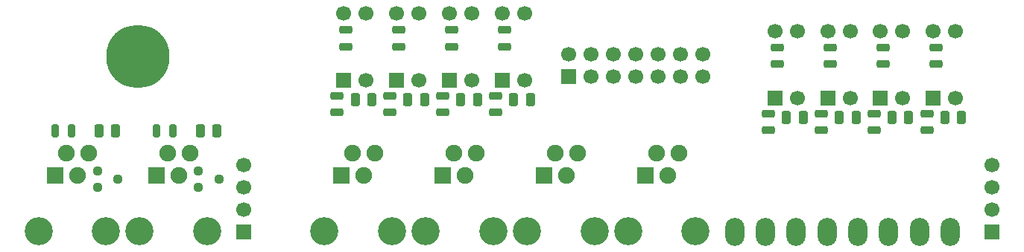
<source format=gbs>
G04 Layer_Color=16711935*
%FSLAX42Y42*%
%MOMM*%
G71*
G01*
G75*
%ADD22C,1.70*%
%ADD24R,1.70X1.70*%
%ADD32C,7.20*%
%ADD33C,1.70*%
%ADD34R,1.70X1.70*%
%ADD35O,2.20X3.20*%
%ADD36R,1.70X1.70*%
%ADD37C,1.90*%
%ADD38C,3.20*%
%ADD39R,1.90X1.90*%
G04:AMPARAMS|DCode=40|XSize=1.1mm|YSize=1.5mm|CornerRadius=0.33mm|HoleSize=0mm|Usage=FLASHONLY|Rotation=0.000|XOffset=0mm|YOffset=0mm|HoleType=Round|Shape=RoundedRectangle|*
%AMROUNDEDRECTD40*
21,1,1.10,0.85,0,0,0.0*
21,1,0.45,1.50,0,0,0.0*
1,1,0.65,0.23,-0.42*
1,1,0.65,-0.23,-0.42*
1,1,0.65,-0.23,0.42*
1,1,0.65,0.23,0.42*
%
%ADD40ROUNDEDRECTD40*%
G04:AMPARAMS|DCode=41|XSize=0.96mm|YSize=0.96mm|CornerRadius=0.29mm|HoleSize=0mm|Usage=FLASHONLY|Rotation=270.000|XOffset=0mm|YOffset=0mm|HoleType=Round|Shape=RoundedRectangle|*
%AMROUNDEDRECTD41*
21,1,0.96,0.38,0,0,270.0*
21,1,0.38,0.96,0,0,270.0*
1,1,0.58,-0.19,-0.19*
1,1,0.58,-0.19,0.19*
1,1,0.58,0.19,0.19*
1,1,0.58,0.19,-0.19*
%
%ADD41ROUNDEDRECTD41*%
G04:AMPARAMS|DCode=42|XSize=0.9mm|YSize=1.5mm|CornerRadius=0.28mm|HoleSize=0mm|Usage=FLASHONLY|Rotation=90.000|XOffset=0mm|YOffset=0mm|HoleType=Round|Shape=RoundedRectangle|*
%AMROUNDEDRECTD42*
21,1,0.90,0.95,0,0,90.0*
21,1,0.35,1.50,0,0,90.0*
1,1,0.55,0.47,0.17*
1,1,0.55,0.47,-0.17*
1,1,0.55,-0.47,-0.17*
1,1,0.55,-0.47,0.17*
%
%ADD42ROUNDEDRECTD42*%
G04:AMPARAMS|DCode=43|XSize=0.9mm|YSize=1.5mm|CornerRadius=0.28mm|HoleSize=0mm|Usage=FLASHONLY|Rotation=0.000|XOffset=0mm|YOffset=0mm|HoleType=Round|Shape=RoundedRectangle|*
%AMROUNDEDRECTD43*
21,1,0.90,0.95,0,0,0.0*
21,1,0.35,1.50,0,0,0.0*
1,1,0.55,0.17,-0.47*
1,1,0.55,-0.17,-0.47*
1,1,0.55,-0.17,0.47*
1,1,0.55,0.17,0.47*
%
%ADD43ROUNDEDRECTD43*%
D22*
X4888Y27D02*
D03*
X5142D02*
D03*
X5396D02*
D03*
X5650D02*
D03*
X5904D02*
D03*
X6158D02*
D03*
X6412D02*
D03*
Y-227D02*
D03*
X5904D02*
D03*
X5396D02*
D03*
X5142D02*
D03*
X5650D02*
D03*
X6158D02*
D03*
X9700Y-1238D02*
D03*
Y-1492D02*
D03*
Y-1746D02*
D03*
X1200Y-1238D02*
D03*
Y-1492D02*
D03*
Y-1746D02*
D03*
D24*
X4888Y-227D02*
D03*
D32*
X0Y0D02*
D03*
D33*
X2587Y486D02*
D03*
X2333D02*
D03*
X2587Y-276D02*
D03*
X3187Y486D02*
D03*
X2933D02*
D03*
X3187Y-276D02*
D03*
X3787Y486D02*
D03*
X3533D02*
D03*
X3787Y-276D02*
D03*
X4387Y486D02*
D03*
X4133D02*
D03*
X4387Y-276D02*
D03*
X7487Y286D02*
D03*
X7233D02*
D03*
X7487Y-476D02*
D03*
X8087Y286D02*
D03*
X7833D02*
D03*
X8087Y-476D02*
D03*
X8687Y286D02*
D03*
X8433D02*
D03*
X8687Y-476D02*
D03*
X9287Y286D02*
D03*
X9033Y286D02*
D03*
X9287Y-476D02*
D03*
D34*
X2333Y-276D02*
D03*
X2933Y-276D02*
D03*
X3533D02*
D03*
X4133Y-276D02*
D03*
X7233Y-476D02*
D03*
X7833Y-476D02*
D03*
X8433D02*
D03*
X9033D02*
D03*
D35*
X9225Y-2000D02*
D03*
X8875D02*
D03*
X8525D02*
D03*
X8175D02*
D03*
X7825D02*
D03*
X7475D02*
D03*
X7125D02*
D03*
X6775D02*
D03*
D36*
X9700D02*
D03*
X1200D02*
D03*
D37*
X591Y-1106D02*
D03*
X464Y-1360D02*
D03*
X337Y-1106D02*
D03*
X-814D02*
D03*
X-686Y-1360D02*
D03*
X-559Y-1106D02*
D03*
X6140D02*
D03*
X6013Y-1360D02*
D03*
X5887Y-1106D02*
D03*
X4737D02*
D03*
X4863Y-1360D02*
D03*
X4990Y-1106D02*
D03*
X3840D02*
D03*
X3713Y-1360D02*
D03*
X3587Y-1106D02*
D03*
X2436D02*
D03*
X2564Y-1360D02*
D03*
X2691Y-1106D02*
D03*
D38*
X17Y-1994D02*
D03*
X783D02*
D03*
X-367D02*
D03*
X-1133D02*
D03*
X5567D02*
D03*
X6333D02*
D03*
X5183D02*
D03*
X4417D02*
D03*
X3267D02*
D03*
X4033D02*
D03*
X2883D02*
D03*
X2117D02*
D03*
D39*
X210Y-1360D02*
D03*
X-940D02*
D03*
X5760D02*
D03*
X4610D02*
D03*
X3460D02*
D03*
X2309D02*
D03*
D40*
X2655Y-495D02*
D03*
X2465D02*
D03*
X3255Y-495D02*
D03*
X3065D02*
D03*
X3855Y-495D02*
D03*
X3665D02*
D03*
X4455D02*
D03*
X4265D02*
D03*
X7555Y-695D02*
D03*
X7365D02*
D03*
X8155D02*
D03*
X7965D02*
D03*
X8755D02*
D03*
X8565D02*
D03*
X9355D02*
D03*
X9165D02*
D03*
X-255Y-850D02*
D03*
X-445D02*
D03*
X895D02*
D03*
X705D02*
D03*
D41*
X-236Y-1400D02*
D03*
X-464Y-1305D02*
D03*
Y-1495D02*
D03*
X915Y-1400D02*
D03*
X686Y-1305D02*
D03*
X686Y-1495D02*
D03*
D42*
X2360Y300D02*
D03*
Y110D02*
D03*
X2260Y-640D02*
D03*
Y-450D02*
D03*
X2960Y300D02*
D03*
Y110D02*
D03*
X2860Y-640D02*
D03*
Y-450D02*
D03*
X3560Y300D02*
D03*
Y110D02*
D03*
X3460Y-640D02*
D03*
Y-450D02*
D03*
X4160Y300D02*
D03*
Y110D02*
D03*
X4060Y-640D02*
D03*
Y-450D02*
D03*
X7260Y100D02*
D03*
Y-90D02*
D03*
X7160Y-840D02*
D03*
Y-650D02*
D03*
X7860Y100D02*
D03*
Y-90D02*
D03*
X7760Y-840D02*
D03*
Y-650D02*
D03*
X8460Y100D02*
D03*
Y-90D02*
D03*
X8360Y-840D02*
D03*
Y-650D02*
D03*
X9060Y100D02*
D03*
Y-90D02*
D03*
X8960Y-840D02*
D03*
Y-650D02*
D03*
D43*
X-755Y-850D02*
D03*
X-945Y-850D02*
D03*
X395Y-850D02*
D03*
X205D02*
D03*
M02*

</source>
